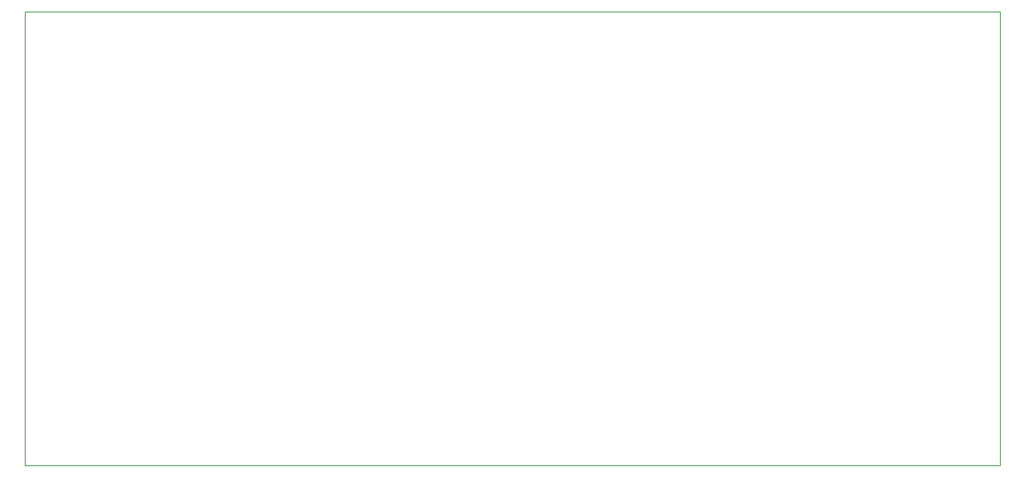
<source format=gbr>
G04 #@! TF.GenerationSoftware,KiCad,Pcbnew,(5.1.4)-1*
G04 #@! TF.CreationDate,2020-02-08T01:02:29+01:00*
G04 #@! TF.ProjectId,FlyballDisplay,466c7962-616c-46c4-9469-73706c61792e,rev?*
G04 #@! TF.SameCoordinates,Original*
G04 #@! TF.FileFunction,Profile,NP*
%FSLAX46Y46*%
G04 Gerber Fmt 4.6, Leading zero omitted, Abs format (unit mm)*
G04 Created by KiCad (PCBNEW (5.1.4)-1) date 2020-02-08 01:02:29*
%MOMM*%
%LPD*%
G04 APERTURE LIST*
%ADD10C,0.050000*%
G04 APERTURE END LIST*
D10*
X95326100Y-129763600D02*
X201676100Y-129763600D01*
X201676100Y-129763600D02*
X201676100Y-80243600D01*
X201676100Y-80243600D02*
X95326100Y-80243600D01*
X95326100Y-80243600D02*
X95326100Y-129763600D01*
M02*

</source>
